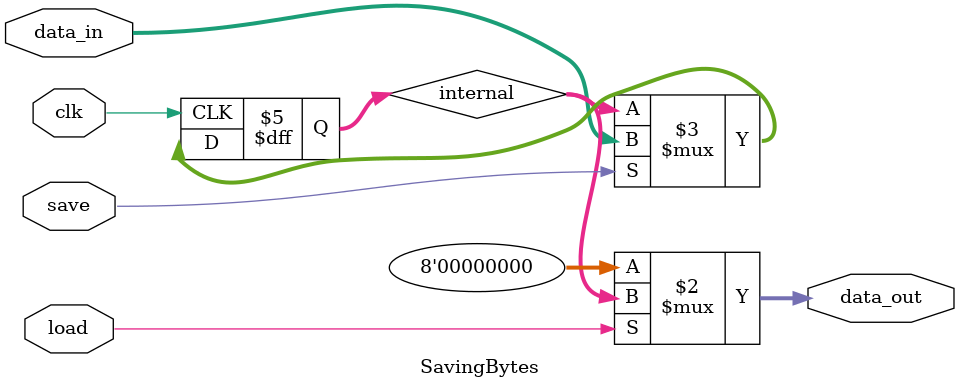
<source format=sv>

module SavingBytes #(
    DATA_WIDTH = 8
) (
    input logic clk,
    input logic load,
    input logic save,
    input logic [DATA_WIDTH-1:0] data_in,
    output logic [DATA_WIDTH-1:0] data_out
);

  logic [DATA_WIDTH-1:0] internal;

  always_ff @(posedge clk) begin
    if (save) internal <= data_in;
  end

  assign data_out = load ? internal : {DATA_WIDTH{1'b0}};

endmodule

</source>
